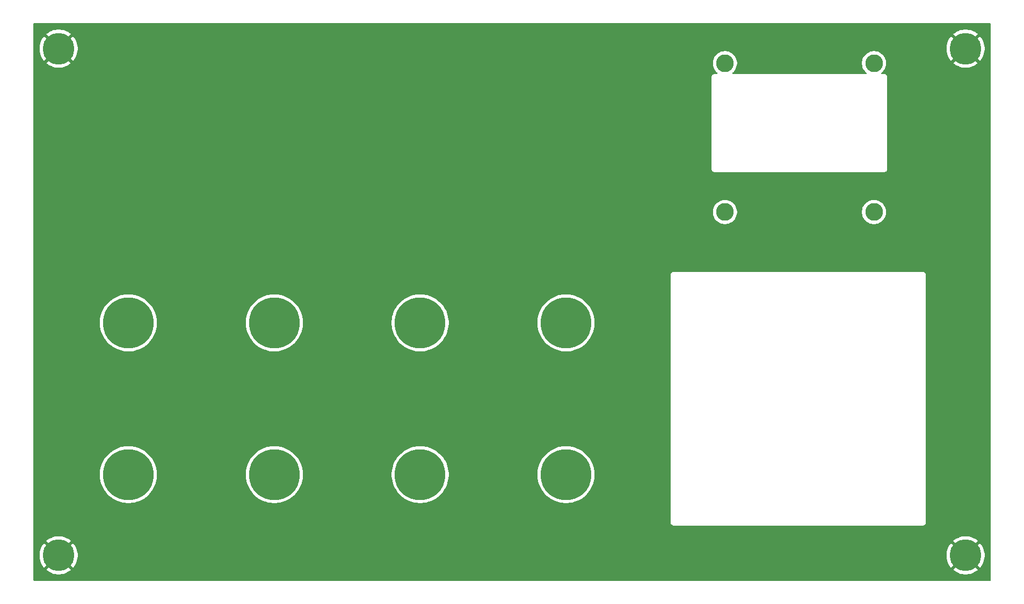
<source format=gbr>
%TF.GenerationSoftware,KiCad,Pcbnew,9.0.2*%
%TF.CreationDate,2025-08-22T18:26:34+01:00*%
%TF.ProjectId,MC8P_MIDI_CONTROLLER,4d433850-5f4d-4494-9449-5f434f4e5452,rev?*%
%TF.SameCoordinates,Original*%
%TF.FileFunction,Copper,L1,Top*%
%TF.FilePolarity,Positive*%
%FSLAX46Y46*%
G04 Gerber Fmt 4.6, Leading zero omitted, Abs format (unit mm)*
G04 Created by KiCad (PCBNEW 9.0.2) date 2025-08-22 18:26:34*
%MOMM*%
%LPD*%
G01*
G04 APERTURE LIST*
%TA.AperFunction,ComponentPad*%
%ADD10C,8.000000*%
%TD*%
%TA.AperFunction,ComponentPad*%
%ADD11C,5.000000*%
%TD*%
%TA.AperFunction,WasherPad*%
%ADD12C,2.800000*%
%TD*%
G04 APERTURE END LIST*
D10*
%TO.P,REF\u002A\u002A,*%
%TO.N,*%
X82980000Y-161284200D03*
%TD*%
%TO.P,REF\u002A\u002A,*%
%TO.N,*%
X105982700Y-161284200D03*
%TD*%
%TO.P,REF\u002A\u002A,*%
%TO.N,*%
X82982700Y-185244200D03*
%TD*%
D11*
%TO.P,,*%
%TO.N,GND*%
X168980000Y-198000000D03*
%TD*%
D10*
%TO.P,REF\u002A\u002A,*%
%TO.N,*%
X59982700Y-185244200D03*
%TD*%
D11*
%TO.P,,*%
%TO.N,GND*%
X25980000Y-198000000D03*
%TD*%
D10*
%TO.P,REF\u002A\u002A,*%
%TO.N,*%
X59980000Y-161284200D03*
%TD*%
D11*
%TO.P,,*%
%TO.N,GND*%
X168980000Y-118000000D03*
%TD*%
D10*
%TO.P,REF\u002A\u002A,*%
%TO.N,*%
X36982700Y-185244200D03*
%TD*%
%TO.P,REF\u002A\u002A,*%
%TO.N,*%
X36982700Y-161284200D03*
%TD*%
%TO.P,REF\u002A\u002A,*%
%TO.N,*%
X105982700Y-185244200D03*
%TD*%
D11*
%TO.P,,*%
%TO.N,GND*%
X25980000Y-118000000D03*
%TD*%
D12*
%TO.P,SSD1306,*%
%TO.N,*%
X154540000Y-143805000D03*
X154540000Y-120305000D03*
X131040000Y-143805000D03*
X131040000Y-120305000D03*
%TD*%
%TA.AperFunction,Conductor*%
%TO.N,GND*%
G36*
X172923039Y-114019685D02*
G01*
X172968794Y-114072489D01*
X172980000Y-114124000D01*
X172980000Y-201876000D01*
X172960315Y-201943039D01*
X172907511Y-201988794D01*
X172856000Y-202000000D01*
X22104000Y-202000000D01*
X22036961Y-201980315D01*
X21991206Y-201927511D01*
X21980000Y-201876000D01*
X21980000Y-197831519D01*
X22980000Y-197831519D01*
X22980000Y-198168480D01*
X23017725Y-198503297D01*
X23017727Y-198503313D01*
X23092705Y-198831814D01*
X23092709Y-198831826D01*
X23203995Y-199149862D01*
X23350191Y-199453440D01*
X23529461Y-199738747D01*
X23688397Y-199938048D01*
X24685747Y-198940697D01*
X24759588Y-199042330D01*
X24937670Y-199220412D01*
X25039300Y-199294251D01*
X24041950Y-200291601D01*
X24241252Y-200450538D01*
X24526559Y-200629808D01*
X24830137Y-200776004D01*
X25148173Y-200887290D01*
X25148185Y-200887294D01*
X25476686Y-200962272D01*
X25476702Y-200962274D01*
X25811519Y-200999999D01*
X25811521Y-201000000D01*
X26148479Y-201000000D01*
X26148480Y-200999999D01*
X26483297Y-200962274D01*
X26483313Y-200962272D01*
X26811814Y-200887294D01*
X26811826Y-200887290D01*
X27129862Y-200776004D01*
X27433440Y-200629808D01*
X27718747Y-200450538D01*
X27918048Y-200291600D01*
X26920698Y-199294251D01*
X27022330Y-199220412D01*
X27200412Y-199042330D01*
X27274251Y-198940698D01*
X28271600Y-199938048D01*
X28430538Y-199738747D01*
X28609808Y-199453440D01*
X28756004Y-199149862D01*
X28867290Y-198831826D01*
X28867294Y-198831814D01*
X28942272Y-198503313D01*
X28942274Y-198503297D01*
X28979999Y-198168480D01*
X28980000Y-198168478D01*
X28980000Y-197831521D01*
X28979999Y-197831519D01*
X165980000Y-197831519D01*
X165980000Y-198168480D01*
X166017725Y-198503297D01*
X166017727Y-198503313D01*
X166092705Y-198831814D01*
X166092709Y-198831826D01*
X166203995Y-199149862D01*
X166350191Y-199453440D01*
X166529461Y-199738747D01*
X166688397Y-199938048D01*
X167685747Y-198940697D01*
X167759588Y-199042330D01*
X167937670Y-199220412D01*
X168039300Y-199294251D01*
X167041950Y-200291601D01*
X167241252Y-200450538D01*
X167526559Y-200629808D01*
X167830137Y-200776004D01*
X168148173Y-200887290D01*
X168148185Y-200887294D01*
X168476686Y-200962272D01*
X168476702Y-200962274D01*
X168811519Y-200999999D01*
X168811521Y-201000000D01*
X169148479Y-201000000D01*
X169148480Y-200999999D01*
X169483297Y-200962274D01*
X169483313Y-200962272D01*
X169811814Y-200887294D01*
X169811826Y-200887290D01*
X170129862Y-200776004D01*
X170433440Y-200629808D01*
X170718747Y-200450538D01*
X170918048Y-200291600D01*
X169920698Y-199294251D01*
X170022330Y-199220412D01*
X170200412Y-199042330D01*
X170274251Y-198940699D01*
X171271600Y-199938048D01*
X171430538Y-199738747D01*
X171609808Y-199453440D01*
X171756004Y-199149862D01*
X171867290Y-198831826D01*
X171867294Y-198831814D01*
X171942272Y-198503313D01*
X171942274Y-198503297D01*
X171979999Y-198168480D01*
X171980000Y-198168478D01*
X171980000Y-197831521D01*
X171979999Y-197831519D01*
X171942274Y-197496702D01*
X171942272Y-197496686D01*
X171867294Y-197168185D01*
X171867290Y-197168173D01*
X171756004Y-196850137D01*
X171609808Y-196546559D01*
X171430538Y-196261252D01*
X171271601Y-196061950D01*
X170274250Y-197059300D01*
X170200412Y-196957670D01*
X170022330Y-196779588D01*
X169920697Y-196705747D01*
X170918048Y-195708397D01*
X170718747Y-195549461D01*
X170433440Y-195370191D01*
X170129862Y-195223995D01*
X169811826Y-195112709D01*
X169811814Y-195112705D01*
X169483313Y-195037727D01*
X169483297Y-195037725D01*
X169148480Y-195000000D01*
X168811519Y-195000000D01*
X168476702Y-195037725D01*
X168476686Y-195037727D01*
X168148185Y-195112705D01*
X168148173Y-195112709D01*
X167830137Y-195223995D01*
X167526559Y-195370191D01*
X167241252Y-195549461D01*
X167041950Y-195708397D01*
X168039301Y-196705748D01*
X167937670Y-196779588D01*
X167759588Y-196957670D01*
X167685748Y-197059301D01*
X166688397Y-196061950D01*
X166529461Y-196261252D01*
X166350191Y-196546559D01*
X166203995Y-196850137D01*
X166092709Y-197168173D01*
X166092705Y-197168185D01*
X166017727Y-197496686D01*
X166017725Y-197496702D01*
X165980000Y-197831519D01*
X28979999Y-197831519D01*
X28942274Y-197496702D01*
X28942272Y-197496686D01*
X28867294Y-197168185D01*
X28867290Y-197168173D01*
X28756004Y-196850137D01*
X28609808Y-196546559D01*
X28430538Y-196261252D01*
X28271601Y-196061950D01*
X27274250Y-197059300D01*
X27200412Y-196957670D01*
X27022330Y-196779588D01*
X26920697Y-196705747D01*
X27918048Y-195708397D01*
X27718747Y-195549461D01*
X27433440Y-195370191D01*
X27129862Y-195223995D01*
X26811826Y-195112709D01*
X26811814Y-195112705D01*
X26483313Y-195037727D01*
X26483297Y-195037725D01*
X26148480Y-195000000D01*
X25811519Y-195000000D01*
X25476702Y-195037725D01*
X25476686Y-195037727D01*
X25148185Y-195112705D01*
X25148173Y-195112709D01*
X24830137Y-195223995D01*
X24526559Y-195370191D01*
X24241252Y-195549461D01*
X24041950Y-195708397D01*
X25039301Y-196705748D01*
X24937670Y-196779588D01*
X24759588Y-196957670D01*
X24685748Y-197059301D01*
X23688397Y-196061950D01*
X23529461Y-196261252D01*
X23350191Y-196546559D01*
X23203995Y-196850137D01*
X23092709Y-197168173D01*
X23092705Y-197168185D01*
X23017727Y-197496686D01*
X23017725Y-197496702D01*
X22980000Y-197831519D01*
X21980000Y-197831519D01*
X21980000Y-185047699D01*
X32482200Y-185047699D01*
X32482200Y-185440700D01*
X32516451Y-185832195D01*
X32516451Y-185832199D01*
X32584691Y-186219205D01*
X32584693Y-186219215D01*
X32686407Y-186598816D01*
X32686408Y-186598818D01*
X32686408Y-186598819D01*
X32820824Y-186968121D01*
X32986895Y-187324262D01*
X32986907Y-187324286D01*
X33183395Y-187664612D01*
X33183404Y-187664627D01*
X33408815Y-187986547D01*
X33601493Y-188216171D01*
X33661422Y-188287591D01*
X33939309Y-188565478D01*
X34046438Y-188655370D01*
X34240352Y-188818084D01*
X34240358Y-188818088D01*
X34240359Y-188818089D01*
X34562279Y-189043500D01*
X34902620Y-189239996D01*
X34902634Y-189240002D01*
X34902637Y-189240004D01*
X35258778Y-189406075D01*
X35258783Y-189406076D01*
X35258792Y-189406081D01*
X35628084Y-189540493D01*
X36007685Y-189642207D01*
X36394707Y-189710449D01*
X36786202Y-189744699D01*
X36786203Y-189744700D01*
X36786204Y-189744700D01*
X37179197Y-189744700D01*
X37179197Y-189744699D01*
X37570693Y-189710449D01*
X37957715Y-189642207D01*
X38337316Y-189540493D01*
X38706608Y-189406081D01*
X39062780Y-189239996D01*
X39403121Y-189043500D01*
X39725041Y-188818089D01*
X40026091Y-188565478D01*
X40303978Y-188287591D01*
X40556589Y-187986541D01*
X40782000Y-187664621D01*
X40978496Y-187324280D01*
X41144581Y-186968108D01*
X41278993Y-186598816D01*
X41380707Y-186219215D01*
X41448949Y-185832193D01*
X41483200Y-185440696D01*
X41483200Y-185047704D01*
X41483200Y-185047699D01*
X55482200Y-185047699D01*
X55482200Y-185440700D01*
X55516451Y-185832195D01*
X55516451Y-185832199D01*
X55584691Y-186219205D01*
X55584693Y-186219215D01*
X55686407Y-186598816D01*
X55686408Y-186598818D01*
X55686408Y-186598819D01*
X55820824Y-186968121D01*
X55986895Y-187324262D01*
X55986907Y-187324286D01*
X56183395Y-187664612D01*
X56183404Y-187664627D01*
X56408815Y-187986547D01*
X56601493Y-188216171D01*
X56661422Y-188287591D01*
X56939309Y-188565478D01*
X57046438Y-188655370D01*
X57240352Y-188818084D01*
X57240358Y-188818088D01*
X57240359Y-188818089D01*
X57562279Y-189043500D01*
X57902620Y-189239996D01*
X57902634Y-189240002D01*
X57902637Y-189240004D01*
X58258778Y-189406075D01*
X58258783Y-189406076D01*
X58258792Y-189406081D01*
X58628084Y-189540493D01*
X59007685Y-189642207D01*
X59394707Y-189710449D01*
X59786202Y-189744699D01*
X59786203Y-189744700D01*
X59786204Y-189744700D01*
X60179197Y-189744700D01*
X60179197Y-189744699D01*
X60570693Y-189710449D01*
X60957715Y-189642207D01*
X61337316Y-189540493D01*
X61706608Y-189406081D01*
X62062780Y-189239996D01*
X62403121Y-189043500D01*
X62725041Y-188818089D01*
X63026091Y-188565478D01*
X63303978Y-188287591D01*
X63556589Y-187986541D01*
X63782000Y-187664621D01*
X63978496Y-187324280D01*
X64144581Y-186968108D01*
X64278993Y-186598816D01*
X64380707Y-186219215D01*
X64448949Y-185832193D01*
X64483200Y-185440696D01*
X64483200Y-185047704D01*
X64483200Y-185047699D01*
X78482200Y-185047699D01*
X78482200Y-185440700D01*
X78516451Y-185832195D01*
X78516451Y-185832199D01*
X78584691Y-186219205D01*
X78584693Y-186219215D01*
X78686407Y-186598816D01*
X78686408Y-186598818D01*
X78686408Y-186598819D01*
X78820824Y-186968121D01*
X78986895Y-187324262D01*
X78986907Y-187324286D01*
X79183395Y-187664612D01*
X79183404Y-187664627D01*
X79408815Y-187986547D01*
X79601493Y-188216171D01*
X79661422Y-188287591D01*
X79939309Y-188565478D01*
X80046438Y-188655370D01*
X80240352Y-188818084D01*
X80240358Y-188818088D01*
X80240359Y-188818089D01*
X80562279Y-189043500D01*
X80902620Y-189239996D01*
X80902634Y-189240002D01*
X80902637Y-189240004D01*
X81258778Y-189406075D01*
X81258783Y-189406076D01*
X81258792Y-189406081D01*
X81628084Y-189540493D01*
X82007685Y-189642207D01*
X82394707Y-189710449D01*
X82786202Y-189744699D01*
X82786203Y-189744700D01*
X82786204Y-189744700D01*
X83179197Y-189744700D01*
X83179197Y-189744699D01*
X83570693Y-189710449D01*
X83957715Y-189642207D01*
X84337316Y-189540493D01*
X84706608Y-189406081D01*
X85062780Y-189239996D01*
X85403121Y-189043500D01*
X85725041Y-188818089D01*
X86026091Y-188565478D01*
X86303978Y-188287591D01*
X86556589Y-187986541D01*
X86782000Y-187664621D01*
X86978496Y-187324280D01*
X87144581Y-186968108D01*
X87278993Y-186598816D01*
X87380707Y-186219215D01*
X87448949Y-185832193D01*
X87483200Y-185440696D01*
X87483200Y-185047704D01*
X87483200Y-185047699D01*
X101482200Y-185047699D01*
X101482200Y-185440700D01*
X101516451Y-185832195D01*
X101516451Y-185832199D01*
X101584691Y-186219205D01*
X101584693Y-186219215D01*
X101686407Y-186598816D01*
X101686408Y-186598818D01*
X101686408Y-186598819D01*
X101820824Y-186968121D01*
X101986895Y-187324262D01*
X101986907Y-187324286D01*
X102183395Y-187664612D01*
X102183404Y-187664627D01*
X102408815Y-187986547D01*
X102601493Y-188216171D01*
X102661422Y-188287591D01*
X102939309Y-188565478D01*
X103046438Y-188655370D01*
X103240352Y-188818084D01*
X103240358Y-188818088D01*
X103240359Y-188818089D01*
X103562279Y-189043500D01*
X103902620Y-189239996D01*
X103902634Y-189240002D01*
X103902637Y-189240004D01*
X104258778Y-189406075D01*
X104258783Y-189406076D01*
X104258792Y-189406081D01*
X104628084Y-189540493D01*
X105007685Y-189642207D01*
X105394707Y-189710449D01*
X105786202Y-189744699D01*
X105786203Y-189744700D01*
X105786204Y-189744700D01*
X106179197Y-189744700D01*
X106179197Y-189744699D01*
X106570693Y-189710449D01*
X106957715Y-189642207D01*
X107337316Y-189540493D01*
X107706608Y-189406081D01*
X108062780Y-189239996D01*
X108403121Y-189043500D01*
X108725041Y-188818089D01*
X109026091Y-188565478D01*
X109303978Y-188287591D01*
X109556589Y-187986541D01*
X109782000Y-187664621D01*
X109978496Y-187324280D01*
X110144581Y-186968108D01*
X110278993Y-186598816D01*
X110380707Y-186219215D01*
X110448949Y-185832193D01*
X110483200Y-185440696D01*
X110483200Y-185047704D01*
X110448949Y-184656207D01*
X110380707Y-184269185D01*
X110278993Y-183889584D01*
X110144581Y-183520292D01*
X110144576Y-183520283D01*
X110144575Y-183520278D01*
X109978504Y-183164137D01*
X109978492Y-183164113D01*
X109966155Y-183142746D01*
X109782000Y-182823779D01*
X109556589Y-182501859D01*
X109556588Y-182501858D01*
X109556584Y-182501852D01*
X109303975Y-182200806D01*
X109026093Y-181922924D01*
X108725047Y-181670315D01*
X108403127Y-181444904D01*
X108403124Y-181444902D01*
X108403121Y-181444900D01*
X108302005Y-181386520D01*
X108062786Y-181248407D01*
X108062762Y-181248395D01*
X107706621Y-181082324D01*
X107706610Y-181082320D01*
X107706608Y-181082319D01*
X107337316Y-180947907D01*
X107096660Y-180883423D01*
X106957716Y-180846193D01*
X106957705Y-180846191D01*
X106570697Y-180777951D01*
X106179200Y-180743700D01*
X106179196Y-180743700D01*
X105786204Y-180743700D01*
X105786199Y-180743700D01*
X105394704Y-180777951D01*
X105394700Y-180777951D01*
X105007694Y-180846191D01*
X105007683Y-180846193D01*
X104804255Y-180900702D01*
X104628084Y-180947907D01*
X104628081Y-180947908D01*
X104628080Y-180947908D01*
X104258778Y-181082324D01*
X103902637Y-181248395D01*
X103902613Y-181248407D01*
X103562287Y-181444895D01*
X103562272Y-181444904D01*
X103240352Y-181670315D01*
X102939306Y-181922924D01*
X102661424Y-182200806D01*
X102408815Y-182501852D01*
X102183404Y-182823772D01*
X102183395Y-182823787D01*
X101986907Y-183164113D01*
X101986895Y-183164137D01*
X101820824Y-183520278D01*
X101686408Y-183889580D01*
X101686408Y-183889582D01*
X101584693Y-184269183D01*
X101584691Y-184269194D01*
X101516451Y-184656200D01*
X101516451Y-184656204D01*
X101482200Y-185047699D01*
X87483200Y-185047699D01*
X87448949Y-184656207D01*
X87380707Y-184269185D01*
X87278993Y-183889584D01*
X87144581Y-183520292D01*
X87144576Y-183520283D01*
X87144575Y-183520278D01*
X86978504Y-183164137D01*
X86978492Y-183164113D01*
X86966155Y-183142746D01*
X86782000Y-182823779D01*
X86556589Y-182501859D01*
X86556588Y-182501858D01*
X86556584Y-182501852D01*
X86303975Y-182200806D01*
X86026093Y-181922924D01*
X85725047Y-181670315D01*
X85403127Y-181444904D01*
X85403124Y-181444902D01*
X85403121Y-181444900D01*
X85302005Y-181386520D01*
X85062786Y-181248407D01*
X85062762Y-181248395D01*
X84706621Y-181082324D01*
X84706610Y-181082320D01*
X84706608Y-181082319D01*
X84337316Y-180947907D01*
X84096660Y-180883423D01*
X83957716Y-180846193D01*
X83957705Y-180846191D01*
X83570697Y-180777951D01*
X83179200Y-180743700D01*
X83179196Y-180743700D01*
X82786204Y-180743700D01*
X82786199Y-180743700D01*
X82394704Y-180777951D01*
X82394700Y-180777951D01*
X82007694Y-180846191D01*
X82007683Y-180846193D01*
X81804255Y-180900702D01*
X81628084Y-180947907D01*
X81628081Y-180947908D01*
X81628080Y-180947908D01*
X81258778Y-181082324D01*
X80902637Y-181248395D01*
X80902613Y-181248407D01*
X80562287Y-181444895D01*
X80562272Y-181444904D01*
X80240352Y-181670315D01*
X79939306Y-181922924D01*
X79661424Y-182200806D01*
X79408815Y-182501852D01*
X79183404Y-182823772D01*
X79183395Y-182823787D01*
X78986907Y-183164113D01*
X78986895Y-183164137D01*
X78820824Y-183520278D01*
X78686408Y-183889580D01*
X78686408Y-183889582D01*
X78584693Y-184269183D01*
X78584691Y-184269194D01*
X78516451Y-184656200D01*
X78516451Y-184656204D01*
X78482200Y-185047699D01*
X64483200Y-185047699D01*
X64448949Y-184656207D01*
X64380707Y-184269185D01*
X64278993Y-183889584D01*
X64144581Y-183520292D01*
X64144576Y-183520283D01*
X64144575Y-183520278D01*
X63978504Y-183164137D01*
X63978492Y-183164113D01*
X63966155Y-183142746D01*
X63782000Y-182823779D01*
X63556589Y-182501859D01*
X63556588Y-182501858D01*
X63556584Y-182501852D01*
X63303975Y-182200806D01*
X63026093Y-181922924D01*
X62725047Y-181670315D01*
X62403127Y-181444904D01*
X62403124Y-181444902D01*
X62403121Y-181444900D01*
X62302005Y-181386520D01*
X62062786Y-181248407D01*
X62062762Y-181248395D01*
X61706621Y-181082324D01*
X61706610Y-181082320D01*
X61706608Y-181082319D01*
X61337316Y-180947907D01*
X61096660Y-180883423D01*
X60957716Y-180846193D01*
X60957705Y-180846191D01*
X60570697Y-180777951D01*
X60179200Y-180743700D01*
X60179196Y-180743700D01*
X59786204Y-180743700D01*
X59786199Y-180743700D01*
X59394704Y-180777951D01*
X59394700Y-180777951D01*
X59007694Y-180846191D01*
X59007683Y-180846193D01*
X58804255Y-180900702D01*
X58628084Y-180947907D01*
X58628081Y-180947908D01*
X58628080Y-180947908D01*
X58258778Y-181082324D01*
X57902637Y-181248395D01*
X57902613Y-181248407D01*
X57562287Y-181444895D01*
X57562272Y-181444904D01*
X57240352Y-181670315D01*
X56939306Y-181922924D01*
X56661424Y-182200806D01*
X56408815Y-182501852D01*
X56183404Y-182823772D01*
X56183395Y-182823787D01*
X55986907Y-183164113D01*
X55986895Y-183164137D01*
X55820824Y-183520278D01*
X55686408Y-183889580D01*
X55686408Y-183889582D01*
X55584693Y-184269183D01*
X55584691Y-184269194D01*
X55516451Y-184656200D01*
X55516451Y-184656204D01*
X55482200Y-185047699D01*
X41483200Y-185047699D01*
X41448949Y-184656207D01*
X41380707Y-184269185D01*
X41278993Y-183889584D01*
X41144581Y-183520292D01*
X41144576Y-183520283D01*
X41144575Y-183520278D01*
X40978504Y-183164137D01*
X40978492Y-183164113D01*
X40966155Y-183142746D01*
X40782000Y-182823779D01*
X40556589Y-182501859D01*
X40556588Y-182501858D01*
X40556584Y-182501852D01*
X40303975Y-182200806D01*
X40026093Y-181922924D01*
X39725047Y-181670315D01*
X39403127Y-181444904D01*
X39403124Y-181444902D01*
X39403121Y-181444900D01*
X39302005Y-181386520D01*
X39062786Y-181248407D01*
X39062762Y-181248395D01*
X38706621Y-181082324D01*
X38706610Y-181082320D01*
X38706608Y-181082319D01*
X38337316Y-180947907D01*
X38096660Y-180883423D01*
X37957716Y-180846193D01*
X37957705Y-180846191D01*
X37570697Y-180777951D01*
X37179200Y-180743700D01*
X37179196Y-180743700D01*
X36786204Y-180743700D01*
X36786199Y-180743700D01*
X36394704Y-180777951D01*
X36394700Y-180777951D01*
X36007694Y-180846191D01*
X36007683Y-180846193D01*
X35804255Y-180900702D01*
X35628084Y-180947907D01*
X35628081Y-180947908D01*
X35628080Y-180947908D01*
X35258778Y-181082324D01*
X34902637Y-181248395D01*
X34902613Y-181248407D01*
X34562287Y-181444895D01*
X34562272Y-181444904D01*
X34240352Y-181670315D01*
X33939306Y-181922924D01*
X33661424Y-182200806D01*
X33408815Y-182501852D01*
X33183404Y-182823772D01*
X33183395Y-182823787D01*
X32986907Y-183164113D01*
X32986895Y-183164137D01*
X32820824Y-183520278D01*
X32686408Y-183889580D01*
X32686408Y-183889582D01*
X32584693Y-184269183D01*
X32584691Y-184269194D01*
X32516451Y-184656200D01*
X32516451Y-184656204D01*
X32482200Y-185047699D01*
X21980000Y-185047699D01*
X21980000Y-161087699D01*
X32482200Y-161087699D01*
X32482200Y-161480700D01*
X32516451Y-161872195D01*
X32516451Y-161872199D01*
X32584691Y-162259205D01*
X32584693Y-162259215D01*
X32686407Y-162638816D01*
X32686408Y-162638818D01*
X32686408Y-162638819D01*
X32820824Y-163008121D01*
X32986895Y-163364262D01*
X32986907Y-163364286D01*
X33183395Y-163704612D01*
X33183404Y-163704627D01*
X33408815Y-164026547D01*
X33601493Y-164256171D01*
X33661422Y-164327591D01*
X33939309Y-164605478D01*
X34046438Y-164695370D01*
X34240352Y-164858084D01*
X34240358Y-164858088D01*
X34240359Y-164858089D01*
X34562279Y-165083500D01*
X34902620Y-165279996D01*
X34902634Y-165280002D01*
X34902637Y-165280004D01*
X35258778Y-165446075D01*
X35258783Y-165446076D01*
X35258792Y-165446081D01*
X35628084Y-165580493D01*
X36007685Y-165682207D01*
X36394707Y-165750449D01*
X36786202Y-165784699D01*
X36786203Y-165784700D01*
X36786204Y-165784700D01*
X37179197Y-165784700D01*
X37179197Y-165784699D01*
X37570693Y-165750449D01*
X37957715Y-165682207D01*
X38337316Y-165580493D01*
X38706608Y-165446081D01*
X39062780Y-165279996D01*
X39403121Y-165083500D01*
X39725041Y-164858089D01*
X40026091Y-164605478D01*
X40303978Y-164327591D01*
X40556589Y-164026541D01*
X40782000Y-163704621D01*
X40978496Y-163364280D01*
X41144581Y-163008108D01*
X41278993Y-162638816D01*
X41380707Y-162259215D01*
X41448949Y-161872193D01*
X41483200Y-161480696D01*
X41483200Y-161087704D01*
X41483200Y-161087699D01*
X55479500Y-161087699D01*
X55479500Y-161480700D01*
X55513751Y-161872195D01*
X55513751Y-161872199D01*
X55581991Y-162259205D01*
X55581993Y-162259215D01*
X55683707Y-162638816D01*
X55683708Y-162638818D01*
X55683708Y-162638819D01*
X55818124Y-163008121D01*
X55984195Y-163364262D01*
X55984207Y-163364286D01*
X56180695Y-163704612D01*
X56180704Y-163704627D01*
X56406115Y-164026547D01*
X56598793Y-164256171D01*
X56658722Y-164327591D01*
X56936609Y-164605478D01*
X57043738Y-164695370D01*
X57237652Y-164858084D01*
X57237658Y-164858088D01*
X57237659Y-164858089D01*
X57559579Y-165083500D01*
X57899920Y-165279996D01*
X57899934Y-165280002D01*
X57899937Y-165280004D01*
X58256078Y-165446075D01*
X58256083Y-165446076D01*
X58256092Y-165446081D01*
X58625384Y-165580493D01*
X59004985Y-165682207D01*
X59392007Y-165750449D01*
X59783502Y-165784699D01*
X59783503Y-165784700D01*
X59783504Y-165784700D01*
X60176497Y-165784700D01*
X60176497Y-165784699D01*
X60567993Y-165750449D01*
X60955015Y-165682207D01*
X61334616Y-165580493D01*
X61703908Y-165446081D01*
X62060080Y-165279996D01*
X62400421Y-165083500D01*
X62722341Y-164858089D01*
X63023391Y-164605478D01*
X63301278Y-164327591D01*
X63553889Y-164026541D01*
X63779300Y-163704621D01*
X63975796Y-163364280D01*
X64141881Y-163008108D01*
X64276293Y-162638816D01*
X64378007Y-162259215D01*
X64446249Y-161872193D01*
X64480500Y-161480696D01*
X64480500Y-161087704D01*
X64480500Y-161087699D01*
X78479500Y-161087699D01*
X78479500Y-161480700D01*
X78513751Y-161872195D01*
X78513751Y-161872199D01*
X78581991Y-162259205D01*
X78581993Y-162259215D01*
X78683707Y-162638816D01*
X78683708Y-162638818D01*
X78683708Y-162638819D01*
X78818124Y-163008121D01*
X78984195Y-163364262D01*
X78984207Y-163364286D01*
X79180695Y-163704612D01*
X79180704Y-163704627D01*
X79406115Y-164026547D01*
X79598793Y-164256171D01*
X79658722Y-164327591D01*
X79936609Y-164605478D01*
X80043738Y-164695370D01*
X80237652Y-164858084D01*
X80237658Y-164858088D01*
X80237659Y-164858089D01*
X80559579Y-165083500D01*
X80899920Y-165279996D01*
X80899934Y-165280002D01*
X80899937Y-165280004D01*
X81256078Y-165446075D01*
X81256083Y-165446076D01*
X81256092Y-165446081D01*
X81625384Y-165580493D01*
X82004985Y-165682207D01*
X82392007Y-165750449D01*
X82783502Y-165784699D01*
X82783503Y-165784700D01*
X82783504Y-165784700D01*
X83176497Y-165784700D01*
X83176497Y-165784699D01*
X83567993Y-165750449D01*
X83955015Y-165682207D01*
X84334616Y-165580493D01*
X84703908Y-165446081D01*
X85060080Y-165279996D01*
X85400421Y-165083500D01*
X85722341Y-164858089D01*
X86023391Y-164605478D01*
X86301278Y-164327591D01*
X86553889Y-164026541D01*
X86779300Y-163704621D01*
X86975796Y-163364280D01*
X87141881Y-163008108D01*
X87276293Y-162638816D01*
X87378007Y-162259215D01*
X87446249Y-161872193D01*
X87480500Y-161480696D01*
X87480500Y-161087704D01*
X87480500Y-161087699D01*
X101482200Y-161087699D01*
X101482200Y-161480700D01*
X101516451Y-161872195D01*
X101516451Y-161872199D01*
X101584691Y-162259205D01*
X101584693Y-162259215D01*
X101686407Y-162638816D01*
X101686408Y-162638818D01*
X101686408Y-162638819D01*
X101820824Y-163008121D01*
X101986895Y-163364262D01*
X101986907Y-163364286D01*
X102183395Y-163704612D01*
X102183404Y-163704627D01*
X102408815Y-164026547D01*
X102601493Y-164256171D01*
X102661422Y-164327591D01*
X102939309Y-164605478D01*
X103046438Y-164695370D01*
X103240352Y-164858084D01*
X103240358Y-164858088D01*
X103240359Y-164858089D01*
X103562279Y-165083500D01*
X103902620Y-165279996D01*
X103902634Y-165280002D01*
X103902637Y-165280004D01*
X104258778Y-165446075D01*
X104258783Y-165446076D01*
X104258792Y-165446081D01*
X104628084Y-165580493D01*
X105007685Y-165682207D01*
X105394707Y-165750449D01*
X105786202Y-165784699D01*
X105786203Y-165784700D01*
X105786204Y-165784700D01*
X106179197Y-165784700D01*
X106179197Y-165784699D01*
X106570693Y-165750449D01*
X106957715Y-165682207D01*
X107337316Y-165580493D01*
X107706608Y-165446081D01*
X108062780Y-165279996D01*
X108403121Y-165083500D01*
X108725041Y-164858089D01*
X109026091Y-164605478D01*
X109303978Y-164327591D01*
X109556589Y-164026541D01*
X109782000Y-163704621D01*
X109978496Y-163364280D01*
X110144581Y-163008108D01*
X110278993Y-162638816D01*
X110380707Y-162259215D01*
X110448949Y-161872193D01*
X110483200Y-161480696D01*
X110483200Y-161087704D01*
X110448949Y-160696207D01*
X110380707Y-160309185D01*
X110278993Y-159929584D01*
X110144581Y-159560292D01*
X110144576Y-159560283D01*
X110144575Y-159560278D01*
X109978504Y-159204137D01*
X109978492Y-159204113D01*
X109966155Y-159182746D01*
X109782000Y-158863779D01*
X109556589Y-158541859D01*
X109556588Y-158541858D01*
X109556584Y-158541852D01*
X109303975Y-158240806D01*
X109026093Y-157962924D01*
X108725047Y-157710315D01*
X108403127Y-157484904D01*
X108403124Y-157484902D01*
X108403121Y-157484900D01*
X108302005Y-157426520D01*
X108062786Y-157288407D01*
X108062762Y-157288395D01*
X107706621Y-157122324D01*
X107706610Y-157122320D01*
X107706608Y-157122319D01*
X107337316Y-156987907D01*
X107096660Y-156923423D01*
X106957716Y-156886193D01*
X106957705Y-156886191D01*
X106570697Y-156817951D01*
X106179200Y-156783700D01*
X106179196Y-156783700D01*
X105786204Y-156783700D01*
X105786199Y-156783700D01*
X105394704Y-156817951D01*
X105394700Y-156817951D01*
X105007694Y-156886191D01*
X105007683Y-156886193D01*
X104804255Y-156940702D01*
X104628084Y-156987907D01*
X104628081Y-156987908D01*
X104628080Y-156987908D01*
X104258778Y-157122324D01*
X103902637Y-157288395D01*
X103902613Y-157288407D01*
X103562287Y-157484895D01*
X103562272Y-157484904D01*
X103240352Y-157710315D01*
X102939306Y-157962924D01*
X102661424Y-158240806D01*
X102408815Y-158541852D01*
X102183404Y-158863772D01*
X102183395Y-158863787D01*
X101986907Y-159204113D01*
X101986895Y-159204137D01*
X101820824Y-159560278D01*
X101686408Y-159929580D01*
X101686408Y-159929582D01*
X101584693Y-160309183D01*
X101584691Y-160309194D01*
X101516451Y-160696200D01*
X101516451Y-160696204D01*
X101482200Y-161087699D01*
X87480500Y-161087699D01*
X87446249Y-160696207D01*
X87378007Y-160309185D01*
X87276293Y-159929584D01*
X87141881Y-159560292D01*
X87141876Y-159560283D01*
X87141875Y-159560278D01*
X86975804Y-159204137D01*
X86975792Y-159204113D01*
X86963455Y-159182746D01*
X86779300Y-158863779D01*
X86553889Y-158541859D01*
X86553888Y-158541858D01*
X86553884Y-158541852D01*
X86301275Y-158240806D01*
X86023393Y-157962924D01*
X85722347Y-157710315D01*
X85400427Y-157484904D01*
X85400424Y-157484902D01*
X85400421Y-157484900D01*
X85299305Y-157426520D01*
X85060086Y-157288407D01*
X85060062Y-157288395D01*
X84703921Y-157122324D01*
X84703910Y-157122320D01*
X84703908Y-157122319D01*
X84334616Y-156987907D01*
X84093960Y-156923423D01*
X83955016Y-156886193D01*
X83955005Y-156886191D01*
X83567997Y-156817951D01*
X83176500Y-156783700D01*
X83176496Y-156783700D01*
X82783504Y-156783700D01*
X82783499Y-156783700D01*
X82392004Y-156817951D01*
X82392000Y-156817951D01*
X82004994Y-156886191D01*
X82004983Y-156886193D01*
X81801555Y-156940702D01*
X81625384Y-156987907D01*
X81625381Y-156987908D01*
X81625380Y-156987908D01*
X81256078Y-157122324D01*
X80899937Y-157288395D01*
X80899913Y-157288407D01*
X80559587Y-157484895D01*
X80559572Y-157484904D01*
X80237652Y-157710315D01*
X79936606Y-157962924D01*
X79658724Y-158240806D01*
X79406115Y-158541852D01*
X79180704Y-158863772D01*
X79180695Y-158863787D01*
X78984207Y-159204113D01*
X78984195Y-159204137D01*
X78818124Y-159560278D01*
X78683708Y-159929580D01*
X78683708Y-159929582D01*
X78581993Y-160309183D01*
X78581991Y-160309194D01*
X78513751Y-160696200D01*
X78513751Y-160696204D01*
X78479500Y-161087699D01*
X64480500Y-161087699D01*
X64446249Y-160696207D01*
X64378007Y-160309185D01*
X64276293Y-159929584D01*
X64141881Y-159560292D01*
X64141876Y-159560283D01*
X64141875Y-159560278D01*
X63975804Y-159204137D01*
X63975792Y-159204113D01*
X63963455Y-159182746D01*
X63779300Y-158863779D01*
X63553889Y-158541859D01*
X63553888Y-158541858D01*
X63553884Y-158541852D01*
X63301275Y-158240806D01*
X63023393Y-157962924D01*
X62722347Y-157710315D01*
X62400427Y-157484904D01*
X62400424Y-157484902D01*
X62400421Y-157484900D01*
X62299305Y-157426520D01*
X62060086Y-157288407D01*
X62060062Y-157288395D01*
X61703921Y-157122324D01*
X61703910Y-157122320D01*
X61703908Y-157122319D01*
X61334616Y-156987907D01*
X61093960Y-156923423D01*
X60955016Y-156886193D01*
X60955005Y-156886191D01*
X60567997Y-156817951D01*
X60176500Y-156783700D01*
X60176496Y-156783700D01*
X59783504Y-156783700D01*
X59783499Y-156783700D01*
X59392004Y-156817951D01*
X59392000Y-156817951D01*
X59004994Y-156886191D01*
X59004983Y-156886193D01*
X58801555Y-156940702D01*
X58625384Y-156987907D01*
X58625381Y-156987908D01*
X58625380Y-156987908D01*
X58256078Y-157122324D01*
X57899937Y-157288395D01*
X57899913Y-157288407D01*
X57559587Y-157484895D01*
X57559572Y-157484904D01*
X57237652Y-157710315D01*
X56936606Y-157962924D01*
X56658724Y-158240806D01*
X56406115Y-158541852D01*
X56180704Y-158863772D01*
X56180695Y-158863787D01*
X55984207Y-159204113D01*
X55984195Y-159204137D01*
X55818124Y-159560278D01*
X55683708Y-159929580D01*
X55683708Y-159929582D01*
X55581993Y-160309183D01*
X55581991Y-160309194D01*
X55513751Y-160696200D01*
X55513751Y-160696204D01*
X55479500Y-161087699D01*
X41483200Y-161087699D01*
X41448949Y-160696207D01*
X41380707Y-160309185D01*
X41278993Y-159929584D01*
X41144581Y-159560292D01*
X41144576Y-159560283D01*
X41144575Y-159560278D01*
X40978504Y-159204137D01*
X40978492Y-159204113D01*
X40966155Y-159182746D01*
X40782000Y-158863779D01*
X40556589Y-158541859D01*
X40556588Y-158541858D01*
X40556584Y-158541852D01*
X40303975Y-158240806D01*
X40026093Y-157962924D01*
X39725047Y-157710315D01*
X39403127Y-157484904D01*
X39403124Y-157484902D01*
X39403121Y-157484900D01*
X39302005Y-157426520D01*
X39062786Y-157288407D01*
X39062762Y-157288395D01*
X38706621Y-157122324D01*
X38706610Y-157122320D01*
X38706608Y-157122319D01*
X38337316Y-156987907D01*
X38096660Y-156923423D01*
X37957716Y-156886193D01*
X37957705Y-156886191D01*
X37570697Y-156817951D01*
X37179200Y-156783700D01*
X37179196Y-156783700D01*
X36786204Y-156783700D01*
X36786199Y-156783700D01*
X36394704Y-156817951D01*
X36394700Y-156817951D01*
X36007694Y-156886191D01*
X36007683Y-156886193D01*
X35804255Y-156940702D01*
X35628084Y-156987907D01*
X35628081Y-156987908D01*
X35628080Y-156987908D01*
X35258778Y-157122324D01*
X34902637Y-157288395D01*
X34902613Y-157288407D01*
X34562287Y-157484895D01*
X34562272Y-157484904D01*
X34240352Y-157710315D01*
X33939306Y-157962924D01*
X33661424Y-158240806D01*
X33408815Y-158541852D01*
X33183404Y-158863772D01*
X33183395Y-158863787D01*
X32986907Y-159204113D01*
X32986895Y-159204137D01*
X32820824Y-159560278D01*
X32686408Y-159929580D01*
X32686408Y-159929582D01*
X32584693Y-160309183D01*
X32584691Y-160309194D01*
X32516451Y-160696200D01*
X32516451Y-160696204D01*
X32482200Y-161087699D01*
X21980000Y-161087699D01*
X21980000Y-153684108D01*
X122479500Y-153684108D01*
X122479500Y-192840891D01*
X122513608Y-192968187D01*
X122546554Y-193025250D01*
X122579500Y-193082314D01*
X122672686Y-193175500D01*
X122786814Y-193241392D01*
X122914108Y-193275500D01*
X122914110Y-193275500D01*
X162300890Y-193275500D01*
X162300892Y-193275500D01*
X162428186Y-193241392D01*
X162542314Y-193175500D01*
X162635500Y-193082314D01*
X162701392Y-192968186D01*
X162735500Y-192840892D01*
X162735500Y-153684108D01*
X162701392Y-153556814D01*
X162635500Y-153442686D01*
X162542314Y-153349500D01*
X162485250Y-153316554D01*
X162428187Y-153283608D01*
X162364539Y-153266554D01*
X162300892Y-153249500D01*
X123045892Y-153249500D01*
X122914108Y-153249500D01*
X122786812Y-153283608D01*
X122672686Y-153349500D01*
X122672683Y-153349502D01*
X122579502Y-153442683D01*
X122579500Y-153442686D01*
X122513608Y-153556812D01*
X122479500Y-153684108D01*
X21980000Y-153684108D01*
X21980000Y-143680441D01*
X129139500Y-143680441D01*
X129139500Y-143929558D01*
X129139501Y-143929575D01*
X129172017Y-144176561D01*
X129236498Y-144417207D01*
X129331830Y-144647361D01*
X129331837Y-144647376D01*
X129456400Y-144863126D01*
X129608060Y-145060774D01*
X129608066Y-145060781D01*
X129784218Y-145236933D01*
X129784225Y-145236939D01*
X129981873Y-145388599D01*
X130197623Y-145513162D01*
X130197638Y-145513169D01*
X130296825Y-145554253D01*
X130427793Y-145608502D01*
X130668435Y-145672982D01*
X130915435Y-145705500D01*
X130915442Y-145705500D01*
X131164558Y-145705500D01*
X131164565Y-145705500D01*
X131411565Y-145672982D01*
X131652207Y-145608502D01*
X131882373Y-145513164D01*
X132098127Y-145388599D01*
X132295776Y-145236938D01*
X132471938Y-145060776D01*
X132623599Y-144863127D01*
X132748164Y-144647373D01*
X132843502Y-144417207D01*
X132907982Y-144176565D01*
X132940500Y-143929565D01*
X132940500Y-143680441D01*
X152639500Y-143680441D01*
X152639500Y-143929558D01*
X152639501Y-143929575D01*
X152672017Y-144176561D01*
X152736498Y-144417207D01*
X152831830Y-144647361D01*
X152831837Y-144647376D01*
X152956400Y-144863126D01*
X153108060Y-145060774D01*
X153108066Y-145060781D01*
X153284218Y-145236933D01*
X153284225Y-145236939D01*
X153481873Y-145388599D01*
X153697623Y-145513162D01*
X153697638Y-145513169D01*
X153796825Y-145554253D01*
X153927793Y-145608502D01*
X154168435Y-145672982D01*
X154415435Y-145705500D01*
X154415442Y-145705500D01*
X154664558Y-145705500D01*
X154664565Y-145705500D01*
X154911565Y-145672982D01*
X155152207Y-145608502D01*
X155382373Y-145513164D01*
X155598127Y-145388599D01*
X155795776Y-145236938D01*
X155971938Y-145060776D01*
X156123599Y-144863127D01*
X156248164Y-144647373D01*
X156343502Y-144417207D01*
X156407982Y-144176565D01*
X156440500Y-143929565D01*
X156440500Y-143680435D01*
X156407982Y-143433435D01*
X156343502Y-143192793D01*
X156248164Y-142962627D01*
X156123599Y-142746873D01*
X155971938Y-142549224D01*
X155971933Y-142549218D01*
X155795781Y-142373066D01*
X155795774Y-142373060D01*
X155598126Y-142221400D01*
X155382376Y-142096837D01*
X155382361Y-142096830D01*
X155152207Y-142001498D01*
X154911561Y-141937017D01*
X154664575Y-141904501D01*
X154664570Y-141904500D01*
X154664565Y-141904500D01*
X154415435Y-141904500D01*
X154415429Y-141904500D01*
X154415424Y-141904501D01*
X154168438Y-141937017D01*
X153927792Y-142001498D01*
X153697638Y-142096830D01*
X153697623Y-142096837D01*
X153481873Y-142221400D01*
X153284225Y-142373060D01*
X153284218Y-142373066D01*
X153108066Y-142549218D01*
X153108060Y-142549225D01*
X152956400Y-142746873D01*
X152831837Y-142962623D01*
X152831830Y-142962638D01*
X152736498Y-143192792D01*
X152672017Y-143433438D01*
X152639501Y-143680424D01*
X152639500Y-143680441D01*
X132940500Y-143680441D01*
X132940500Y-143680435D01*
X132907982Y-143433435D01*
X132843502Y-143192793D01*
X132748164Y-142962627D01*
X132623599Y-142746873D01*
X132471938Y-142549224D01*
X132471933Y-142549218D01*
X132295781Y-142373066D01*
X132295774Y-142373060D01*
X132098126Y-142221400D01*
X131882376Y-142096837D01*
X131882361Y-142096830D01*
X131652207Y-142001498D01*
X131411561Y-141937017D01*
X131164575Y-141904501D01*
X131164570Y-141904500D01*
X131164565Y-141904500D01*
X130915435Y-141904500D01*
X130915429Y-141904500D01*
X130915424Y-141904501D01*
X130668438Y-141937017D01*
X130427792Y-142001498D01*
X130197638Y-142096830D01*
X130197623Y-142096837D01*
X129981873Y-142221400D01*
X129784225Y-142373060D01*
X129784218Y-142373066D01*
X129608066Y-142549218D01*
X129608060Y-142549225D01*
X129456400Y-142746873D01*
X129331837Y-142962623D01*
X129331830Y-142962638D01*
X129236498Y-143192792D01*
X129172017Y-143433438D01*
X129139501Y-143680424D01*
X129139500Y-143680441D01*
X21980000Y-143680441D01*
X21980000Y-122439108D01*
X128939500Y-122439108D01*
X128939500Y-137065891D01*
X128973608Y-137193187D01*
X129006554Y-137250250D01*
X129039500Y-137307314D01*
X129132686Y-137400500D01*
X129246814Y-137466392D01*
X129374108Y-137500500D01*
X129374110Y-137500500D01*
X156205890Y-137500500D01*
X156205892Y-137500500D01*
X156333186Y-137466392D01*
X156447314Y-137400500D01*
X156540500Y-137307314D01*
X156606392Y-137193186D01*
X156640500Y-137065892D01*
X156640500Y-122439108D01*
X156606392Y-122311814D01*
X156540500Y-122197686D01*
X156447314Y-122104500D01*
X156390250Y-122071554D01*
X156333187Y-122038608D01*
X156269539Y-122021554D01*
X156205892Y-122004500D01*
X156205891Y-122004500D01*
X155812375Y-122004500D01*
X155745336Y-121984815D01*
X155699581Y-121932011D01*
X155689637Y-121862853D01*
X155718662Y-121799297D01*
X155736889Y-121782124D01*
X155766433Y-121759453D01*
X155795776Y-121736938D01*
X155971938Y-121560776D01*
X156123599Y-121363127D01*
X156248164Y-121147373D01*
X156343502Y-120917207D01*
X156407982Y-120676565D01*
X156440500Y-120429565D01*
X156440500Y-120180435D01*
X156407982Y-119933435D01*
X156343502Y-119692793D01*
X156288747Y-119560603D01*
X156248169Y-119462638D01*
X156248162Y-119462623D01*
X156123599Y-119246873D01*
X155971939Y-119049225D01*
X155971933Y-119049218D01*
X155795781Y-118873066D01*
X155795774Y-118873060D01*
X155598126Y-118721400D01*
X155382376Y-118596837D01*
X155382361Y-118596830D01*
X155152207Y-118501498D01*
X154911561Y-118437017D01*
X154664575Y-118404501D01*
X154664570Y-118404500D01*
X154664565Y-118404500D01*
X154415435Y-118404500D01*
X154415429Y-118404500D01*
X154415424Y-118404501D01*
X154168438Y-118437017D01*
X153927792Y-118501498D01*
X153697638Y-118596830D01*
X153697623Y-118596837D01*
X153481873Y-118721400D01*
X153284225Y-118873060D01*
X153284218Y-118873066D01*
X153108066Y-119049218D01*
X153108060Y-119049225D01*
X152956400Y-119246873D01*
X152831837Y-119462623D01*
X152831830Y-119462638D01*
X152736498Y-119692792D01*
X152672017Y-119933438D01*
X152639501Y-120180424D01*
X152639500Y-120180441D01*
X152639500Y-120429558D01*
X152639501Y-120429575D01*
X152672017Y-120676561D01*
X152736498Y-120917207D01*
X152831830Y-121147361D01*
X152831837Y-121147376D01*
X152956400Y-121363126D01*
X153108060Y-121560774D01*
X153108066Y-121560781D01*
X153284218Y-121736933D01*
X153284225Y-121736939D01*
X153343111Y-121782124D01*
X153384314Y-121838552D01*
X153388469Y-121908298D01*
X153354257Y-121969218D01*
X153292540Y-122001971D01*
X153267625Y-122004500D01*
X132312375Y-122004500D01*
X132245336Y-121984815D01*
X132199581Y-121932011D01*
X132189637Y-121862853D01*
X132218662Y-121799297D01*
X132236889Y-121782124D01*
X132266433Y-121759453D01*
X132295776Y-121736938D01*
X132471938Y-121560776D01*
X132623599Y-121363127D01*
X132748164Y-121147373D01*
X132843502Y-120917207D01*
X132907982Y-120676565D01*
X132940500Y-120429565D01*
X132940500Y-120180435D01*
X132907982Y-119933435D01*
X132843502Y-119692793D01*
X132788747Y-119560603D01*
X132748169Y-119462638D01*
X132748162Y-119462623D01*
X132623599Y-119246873D01*
X132471939Y-119049225D01*
X132471933Y-119049218D01*
X132295781Y-118873066D01*
X132295774Y-118873060D01*
X132098126Y-118721400D01*
X131882376Y-118596837D01*
X131882361Y-118596830D01*
X131652207Y-118501498D01*
X131411561Y-118437017D01*
X131164575Y-118404501D01*
X131164570Y-118404500D01*
X131164565Y-118404500D01*
X130915435Y-118404500D01*
X130915429Y-118404500D01*
X130915424Y-118404501D01*
X130668438Y-118437017D01*
X130427792Y-118501498D01*
X130197638Y-118596830D01*
X130197623Y-118596837D01*
X129981873Y-118721400D01*
X129784225Y-118873060D01*
X129784218Y-118873066D01*
X129608066Y-119049218D01*
X129608060Y-119049225D01*
X129456400Y-119246873D01*
X129331837Y-119462623D01*
X129331830Y-119462638D01*
X129236498Y-119692792D01*
X129172017Y-119933438D01*
X129139501Y-120180424D01*
X129139500Y-120180441D01*
X129139500Y-120429558D01*
X129139501Y-120429575D01*
X129172017Y-120676561D01*
X129236498Y-120917207D01*
X129331830Y-121147361D01*
X129331837Y-121147376D01*
X129456400Y-121363126D01*
X129608060Y-121560774D01*
X129608066Y-121560781D01*
X129784218Y-121736933D01*
X129784225Y-121736939D01*
X129843111Y-121782124D01*
X129884314Y-121838552D01*
X129888469Y-121908298D01*
X129854257Y-121969218D01*
X129792540Y-122001971D01*
X129767625Y-122004500D01*
X129374108Y-122004500D01*
X129246812Y-122038608D01*
X129132686Y-122104500D01*
X129132683Y-122104502D01*
X129039502Y-122197683D01*
X129039500Y-122197686D01*
X128973608Y-122311812D01*
X128939500Y-122439108D01*
X21980000Y-122439108D01*
X21980000Y-117831519D01*
X22980000Y-117831519D01*
X22980000Y-118168480D01*
X23017725Y-118503297D01*
X23017727Y-118503313D01*
X23092705Y-118831814D01*
X23092709Y-118831826D01*
X23203995Y-119149862D01*
X23350191Y-119453440D01*
X23529461Y-119738747D01*
X23688397Y-119938048D01*
X24685747Y-118940697D01*
X24759588Y-119042330D01*
X24937670Y-119220412D01*
X25039300Y-119294251D01*
X24041950Y-120291601D01*
X24241252Y-120450538D01*
X24526559Y-120629808D01*
X24830137Y-120776004D01*
X25148173Y-120887290D01*
X25148185Y-120887294D01*
X25476686Y-120962272D01*
X25476702Y-120962274D01*
X25811519Y-120999999D01*
X25811521Y-121000000D01*
X26148479Y-121000000D01*
X26148480Y-120999999D01*
X26483297Y-120962274D01*
X26483313Y-120962272D01*
X26811814Y-120887294D01*
X26811826Y-120887290D01*
X27129862Y-120776004D01*
X27433440Y-120629808D01*
X27718747Y-120450538D01*
X27918048Y-120291600D01*
X26920698Y-119294251D01*
X27022330Y-119220412D01*
X27200412Y-119042330D01*
X27274251Y-118940698D01*
X28271600Y-119938048D01*
X28430538Y-119738747D01*
X28609808Y-119453440D01*
X28756004Y-119149862D01*
X28867290Y-118831826D01*
X28867294Y-118831814D01*
X28942272Y-118503313D01*
X28942274Y-118503297D01*
X28979999Y-118168480D01*
X28980000Y-118168478D01*
X28980000Y-117831521D01*
X28979999Y-117831519D01*
X165980000Y-117831519D01*
X165980000Y-118168480D01*
X166017725Y-118503297D01*
X166017727Y-118503313D01*
X166092705Y-118831814D01*
X166092709Y-118831826D01*
X166203995Y-119149862D01*
X166350191Y-119453440D01*
X166529461Y-119738747D01*
X166688397Y-119938048D01*
X167685747Y-118940697D01*
X167759588Y-119042330D01*
X167937670Y-119220412D01*
X168039300Y-119294251D01*
X167041950Y-120291601D01*
X167241252Y-120450538D01*
X167526559Y-120629808D01*
X167830137Y-120776004D01*
X168148173Y-120887290D01*
X168148185Y-120887294D01*
X168476686Y-120962272D01*
X168476702Y-120962274D01*
X168811519Y-120999999D01*
X168811521Y-121000000D01*
X169148479Y-121000000D01*
X169148480Y-120999999D01*
X169483297Y-120962274D01*
X169483313Y-120962272D01*
X169811814Y-120887294D01*
X169811826Y-120887290D01*
X170129862Y-120776004D01*
X170433440Y-120629808D01*
X170718747Y-120450538D01*
X170918048Y-120291600D01*
X169920698Y-119294251D01*
X170022330Y-119220412D01*
X170200412Y-119042330D01*
X170274251Y-118940699D01*
X171271600Y-119938048D01*
X171430538Y-119738747D01*
X171609808Y-119453440D01*
X171756004Y-119149862D01*
X171867290Y-118831826D01*
X171867294Y-118831814D01*
X171942272Y-118503313D01*
X171942274Y-118503297D01*
X171979999Y-118168480D01*
X171980000Y-118168478D01*
X171980000Y-117831521D01*
X171979999Y-117831519D01*
X171942274Y-117496702D01*
X171942272Y-117496686D01*
X171867294Y-117168185D01*
X171867290Y-117168173D01*
X171756004Y-116850137D01*
X171609808Y-116546559D01*
X171430538Y-116261252D01*
X171271601Y-116061950D01*
X170274250Y-117059300D01*
X170200412Y-116957670D01*
X170022330Y-116779588D01*
X169920697Y-116705747D01*
X170918048Y-115708397D01*
X170718747Y-115549461D01*
X170433440Y-115370191D01*
X170129862Y-115223995D01*
X169811826Y-115112709D01*
X169811814Y-115112705D01*
X169483313Y-115037727D01*
X169483297Y-115037725D01*
X169148480Y-115000000D01*
X168811519Y-115000000D01*
X168476702Y-115037725D01*
X168476686Y-115037727D01*
X168148185Y-115112705D01*
X168148173Y-115112709D01*
X167830137Y-115223995D01*
X167526559Y-115370191D01*
X167241252Y-115549461D01*
X167041950Y-115708397D01*
X168039301Y-116705748D01*
X167937670Y-116779588D01*
X167759588Y-116957670D01*
X167685748Y-117059301D01*
X166688397Y-116061950D01*
X166529461Y-116261252D01*
X166350191Y-116546559D01*
X166203995Y-116850137D01*
X166092709Y-117168173D01*
X166092705Y-117168185D01*
X166017727Y-117496686D01*
X166017725Y-117496702D01*
X165980000Y-117831519D01*
X28979999Y-117831519D01*
X28942274Y-117496702D01*
X28942272Y-117496686D01*
X28867294Y-117168185D01*
X28867290Y-117168173D01*
X28756004Y-116850137D01*
X28609808Y-116546559D01*
X28430538Y-116261252D01*
X28271601Y-116061950D01*
X27274250Y-117059300D01*
X27200412Y-116957670D01*
X27022330Y-116779588D01*
X26920697Y-116705747D01*
X27918048Y-115708397D01*
X27718747Y-115549461D01*
X27433440Y-115370191D01*
X27129862Y-115223995D01*
X26811826Y-115112709D01*
X26811814Y-115112705D01*
X26483313Y-115037727D01*
X26483297Y-115037725D01*
X26148480Y-115000000D01*
X25811519Y-115000000D01*
X25476702Y-115037725D01*
X25476686Y-115037727D01*
X25148185Y-115112705D01*
X25148173Y-115112709D01*
X24830137Y-115223995D01*
X24526559Y-115370191D01*
X24241252Y-115549461D01*
X24041950Y-115708397D01*
X25039301Y-116705748D01*
X24937670Y-116779588D01*
X24759588Y-116957670D01*
X24685748Y-117059301D01*
X23688397Y-116061950D01*
X23529461Y-116261252D01*
X23350191Y-116546559D01*
X23203995Y-116850137D01*
X23092709Y-117168173D01*
X23092705Y-117168185D01*
X23017727Y-117496686D01*
X23017725Y-117496702D01*
X22980000Y-117831519D01*
X21980000Y-117831519D01*
X21980000Y-114124000D01*
X21999685Y-114056961D01*
X22052489Y-114011206D01*
X22104000Y-114000000D01*
X172856000Y-114000000D01*
X172923039Y-114019685D01*
G37*
%TD.AperFunction*%
%TD*%
M02*

</source>
